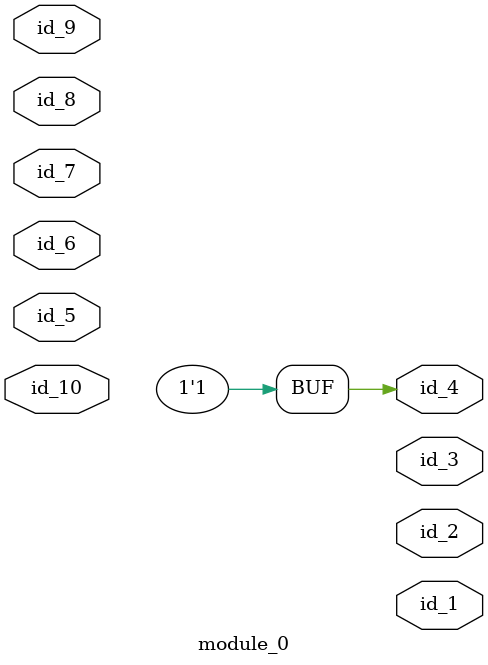
<source format=v>
module module_0 (
    id_1,
    id_2,
    id_3,
    id_4,
    id_5,
    id_6,
    id_7,
    id_8,
    id_9,
    id_10
);
  input id_10;
  input id_9;
  input id_8;
  input id_7;
  inout id_6;
  inout id_5;
  output id_4;
  output id_3;
  output id_2;
  output id_1;
  assign id_4 = {1 + 1'b0, 1};
endmodule

</source>
